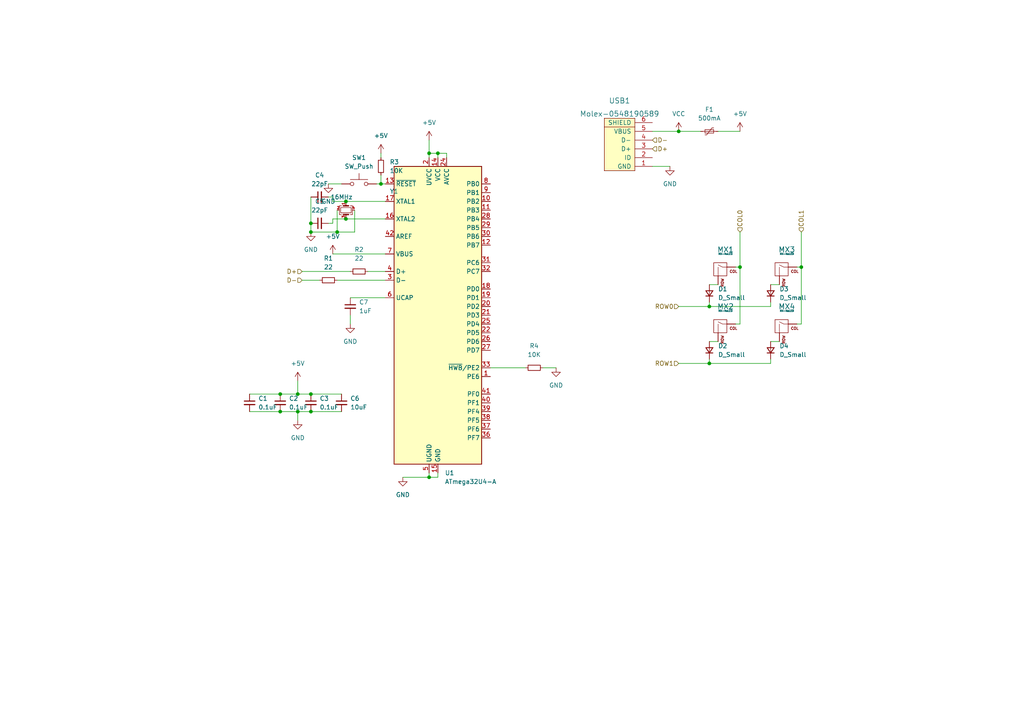
<source format=kicad_sch>
(kicad_sch (version 20211123) (generator eeschema)
  (paper "A4")
  (lib_symbols
    (symbol "Device:C_Small" (pin_numbers hide) (pin_names (offset 0.254) hide)
      (property "Reference" "C" (at 0.254 1.778 0))
      (property "Value" "C_Small" (at 0.254 -2.032 0))
      (symbol "C_Small_0_1"
        (polyline (pts (xy -1.524 -0.508) (xy 1.524 -0.508)) (stroke (width 0.3302)))
        (polyline (pts (xy -1.524 0.508) (xy 1.524 0.508)) (stroke (width 0.3048)))
      )
      (symbol "C_Small_1_1"
        (pin passive line (at 0 2.54 270) (length 2.032) (name "~") (number "1"))
        (pin passive line (at 0 -2.54 90) (length 2.032) (name "~") (number "2"))
      )
    )
    (symbol "Device:Crystal_GND24_Small" (pin_names (offset 1.016) hide)
      (property "Reference" "Y" (at 1.27 4.445 0))
      (property "Value" "Crystal_GND24_Small" (at 1.27 2.54 0))
      (symbol "Crystal_GND24_Small_0_1"
        (rectangle (start -0.762 -1.524) (end 0.762 1.524))
        (polyline (pts (xy -1.27 -0.762) (xy -1.27 0.762)) (stroke (width 0.381)))
        (polyline (pts (xy 1.27 -0.762) (xy 1.27 0.762)) (stroke (width 0.381)))
        (polyline (pts (xy -1.27 -1.27) (xy -1.27 -1.905) (xy 1.27 -1.905) (xy 1.27 -1.27)))
        (polyline (pts (xy -1.27 1.27) (xy -1.27 1.905) (xy 1.27 1.905) (xy 1.27 1.27)))
      )
      (symbol "Crystal_GND24_Small_1_1"
        (pin passive line (at -2.54 0 0) (length 1.27) (name "1") (number "1"))
        (pin passive line (at 0 -2.54 90) (length 0.635) (name "2") (number "2"))
        (pin passive line (at 2.54 0 180) (length 1.27) (name "3") (number "3"))
        (pin passive line (at 0 2.54 270) (length 0.635) (name "4") (number "4"))
      )
    )
    (symbol "Device:D_Small" (pin_numbers hide) (pin_names (offset 0.254) hide)
      (property "Reference" "D" (at -1.27 2.032 0))
      (property "Value" "D_Small" (at -3.81 -2.032 0))
      (symbol "D_Small_0_1"
        (polyline (pts (xy -0.762 -1.016) (xy -0.762 1.016)) (stroke (width 0.254)))
        (polyline (pts (xy -0.762 0) (xy 0.762 0)))
        (polyline (pts (xy 0.762 -1.016) (xy -0.762 0) (xy 0.762 1.016) (xy 0.762 -1.016)) (stroke (width 0.254)))
      )
      (symbol "D_Small_1_1"
        (pin passive line (at -2.54 0 0) (length 1.778) (name "K") (number "1"))
        (pin passive line (at 2.54 0 180) (length 1.778) (name "A") (number "2"))
      )
    )
    (symbol "Device:Polyfuse_Small" (pin_numbers hide) (pin_names (offset 0))
      (property "Reference" "F" (at -1.905 0 90))
      (property "Value" "Polyfuse_Small" (at 1.905 0 90))
      (symbol "Polyfuse_Small_0_1"
        (rectangle (start -0.508 1.27) (end 0.508 -1.27))
        (polyline (pts (xy 0 2.54) (xy 0 -2.54)))
        (polyline (pts (xy -1.016 1.27) (xy -1.016 0.762) (xy 1.016 -0.762) (xy 1.016 -1.27)))
      )
      (symbol "Polyfuse_Small_1_1"
        (pin passive line (at 0 2.54 270) (length 0.635) (name "~") (number "1"))
        (pin passive line (at 0 -2.54 90) (length 0.635) (name "~") (number "2"))
      )
    )
    (symbol "Device:R_Small" (pin_numbers hide) (pin_names (offset 0.254) hide)
      (property "Reference" "R" (at 0.762 0.508 0))
      (property "Value" "R_Small" (at 0.762 -1.016 0))
      (symbol "R_Small_0_1"
        (rectangle (start -0.762 1.778) (end 0.762 -1.778) (stroke (width 0.2032)))
      )
      (symbol "R_Small_1_1"
        (pin passive line (at 0 2.54 270) (length 0.762) (name "~") (number "1"))
        (pin passive line (at 0 -2.54 90) (length 0.762) (name "~") (number "2"))
      )
    )
    (symbol "MCU_Microchip_ATmega:ATmega32U4-A"
      (property "Reference" "U" (at -12.7 44.45 0))
      (property "Value" "ATmega32U4-A" (at 2.54 -44.45 0))
      (symbol "ATmega32U4-A_0_1"
        (rectangle (start -12.7 -43.18) (end 12.7 43.18) (stroke (width 0.254)) (fill (type background)))
      )
      (symbol "ATmega32U4-A_1_1"
        (pin bidirectional line (at 15.24 -17.78 180) (length 2.54) (name "PE6") (number "1"))
        (pin bidirectional line (at 15.24 33.02 180) (length 2.54) (name "PB2") (number "10"))
        (pin bidirectional line (at 15.24 30.48 180) (length 2.54) (name "PB3") (number "11"))
        (pin bidirectional line (at 15.24 20.32 180) (length 2.54) (name "PB7") (number "12"))
        (pin input line (at -15.24 38.1 0) (length 2.54) (name "~{RESET}") (number "13"))
        (pin power_in line (at 0 45.72 270) (length 2.54) (name "VCC") (number "14"))
        (pin power_in line (at 0 -45.72 90) (length 2.54) (name "GND") (number "15"))
        (pin output line (at -15.24 27.94 0) (length 2.54) (name "XTAL2") (number "16"))
        (pin input line (at -15.24 33.02 0) (length 2.54) (name "XTAL1") (number "17"))
        (pin bidirectional line (at 15.24 7.62 180) (length 2.54) (name "PD0") (number "18"))
        (pin bidirectional line (at 15.24 5.08 180) (length 2.54) (name "PD1") (number "19"))
        (pin power_in line (at -2.54 45.72 270) (length 2.54) (name "UVCC") (number "2"))
        (pin bidirectional line (at 15.24 2.54 180) (length 2.54) (name "PD2") (number "20"))
        (pin bidirectional line (at 15.24 0 180) (length 2.54) (name "PD3") (number "21"))
        (pin bidirectional line (at 15.24 -5.08 180) (length 2.54) (name "PD5") (number "22"))
        (pin passive line (at 0 -45.72 90) (length 2.54) hide (name "GND") (number "23"))
        (pin power_in line (at 2.54 45.72 270) (length 2.54) (name "AVCC") (number "24"))
        (pin bidirectional line (at 15.24 -2.54 180) (length 2.54) (name "PD4") (number "25"))
        (pin bidirectional line (at 15.24 -7.62 180) (length 2.54) (name "PD6") (number "26"))
        (pin bidirectional line (at 15.24 -10.16 180) (length 2.54) (name "PD7") (number "27"))
        (pin bidirectional line (at 15.24 27.94 180) (length 2.54) (name "PB4") (number "28"))
        (pin bidirectional line (at 15.24 25.4 180) (length 2.54) (name "PB5") (number "29"))
        (pin bidirectional line (at -15.24 10.16 0) (length 2.54) (name "D-") (number "3"))
        (pin bidirectional line (at 15.24 22.86 180) (length 2.54) (name "PB6") (number "30"))
        (pin bidirectional line (at 15.24 15.24 180) (length 2.54) (name "PC6") (number "31"))
        (pin bidirectional line (at 15.24 12.7 180) (length 2.54) (name "PC7") (number "32"))
        (pin bidirectional line (at 15.24 -15.24 180) (length 2.54) (name "~{HWB}/PE2") (number "33"))
        (pin passive line (at 0 45.72 270) (length 2.54) hide (name "VCC") (number "34"))
        (pin passive line (at 0 -45.72 90) (length 2.54) hide (name "GND") (number "35"))
        (pin bidirectional line (at 15.24 -35.56 180) (length 2.54) (name "PF7") (number "36"))
        (pin bidirectional line (at 15.24 -33.02 180) (length 2.54) (name "PF6") (number "37"))
        (pin bidirectional line (at 15.24 -30.48 180) (length 2.54) (name "PF5") (number "38"))
        (pin bidirectional line (at 15.24 -27.94 180) (length 2.54) (name "PF4") (number "39"))
        (pin bidirectional line (at -15.24 12.7 0) (length 2.54) (name "D+") (number "4"))
        (pin bidirectional line (at 15.24 -25.4 180) (length 2.54) (name "PF1") (number "40"))
        (pin bidirectional line (at 15.24 -22.86 180) (length 2.54) (name "PF0") (number "41"))
        (pin passive line (at -15.24 22.86 0) (length 2.54) (name "AREF") (number "42"))
        (pin passive line (at 0 -45.72 90) (length 2.54) hide (name "GND") (number "43"))
        (pin passive line (at 2.54 45.72 270) (length 2.54) hide (name "AVCC") (number "44"))
        (pin passive line (at -2.54 -45.72 90) (length 2.54) (name "UGND") (number "5"))
        (pin passive line (at -15.24 5.08 0) (length 2.54) (name "UCAP") (number "6"))
        (pin input line (at -15.24 17.78 0) (length 2.54) (name "VBUS") (number "7"))
        (pin bidirectional line (at 15.24 38.1 180) (length 2.54) (name "PB0") (number "8"))
        (pin bidirectional line (at 15.24 35.56 180) (length 2.54) (name "PB1") (number "9"))
      )
    )
    (symbol "MX_Alps_Hybrid:MX-NoLED" (pin_names (offset 1.016))
      (property "Reference" "MX" (at -0.635 3.81 0))
      (property "Value" "MX-NoLED" (at -0.635 1.27 0))
      (symbol "MX-NoLED_0_0"
        (rectangle (start -2.54 2.54) (end 1.27 -1.27))
        (polyline (pts (xy -1.27 -1.27) (xy -1.27 1.27)) (stroke (width 0.127)))
        (polyline (pts (xy 1.27 1.27) (xy 0 1.27) (xy -1.27 1.905)) (stroke (width 0.127)))
        (text "COL" (at 3.175 0 0) (effects (font (size 0.762 0.762))))
        (text "ROW" (at 0 -1.905 900) (effects (font (size 0.762 0.762)) (justify right)))
      )
      (symbol "MX-NoLED_1_1"
        (pin passive line (at 3.81 1.27 180) (length 2.54) (name "COL") (number "1"))
        (pin passive line (at -1.27 -3.81 90) (length 2.54) (name "ROW") (number "2"))
      )
    )
    (symbol "Switch:SW_Push" (pin_numbers hide) (pin_names (offset 1.016) hide)
      (property "Reference" "SW" (at 1.27 2.54 0))
      (property "Value" "SW_Push" (at 0 -1.524 0))
      (symbol "SW_Push_0_1"
        (circle (center -2.032 0) (radius 0.508))
        (polyline (pts (xy 0 1.27) (xy 0 3.048)))
        (polyline (pts (xy 2.54 1.27) (xy -2.54 1.27)))
        (circle (center 2.032 0) (radius 0.508))
        (pin passive line (at -5.08 0 0) (length 2.54) (name "1") (number "1"))
        (pin passive line (at 5.08 0 180) (length 2.54) (name "2") (number "2"))
      )
    )
    (symbol "power:+5V" (power) (pin_names (offset 0))
      (property "Value" "+5V" (at 0 3.556 0))
      (symbol "+5V_0_1"
        (polyline (pts (xy -0.762 1.27) (xy 0 2.54)))
        (polyline (pts (xy 0 0) (xy 0 2.54)))
        (polyline (pts (xy 0 2.54) (xy 0.762 1.27)))
      )
      (symbol "+5V_1_1"
        (pin power_in line (at 0 0 90) (length 0) hide (name "+5V") (number "1"))
      )
    )
    (symbol "power:GND" (power) (pin_names (offset 0))
      (property "Value" "GND" (at 0 -3.81 0))
      (symbol "GND_0_1"
        (polyline (pts (xy 0 0) (xy 0 -1.27) (xy 1.27 -1.27) (xy 0 -2.54) (xy -1.27 -1.27) (xy 0 -1.27)))
      )
      (symbol "GND_1_1"
        (pin power_in line (at 0 0 270) (length 0) hide (name "GND") (number "1"))
      )
    )
    (symbol "power:VCC" (power) (pin_names (offset 0))
      (property "Value" "VCC" (at 0 3.81 0))
      (symbol "VCC_0_1"
        (polyline (pts (xy -0.762 1.27) (xy 0 2.54)))
        (polyline (pts (xy 0 0) (xy 0 2.54)))
        (polyline (pts (xy 0 2.54) (xy 0.762 1.27)))
      )
      (symbol "VCC_1_1"
        (pin power_in line (at 0 0 90) (length 0) hide (name "VCC") (number "1"))
      )
    )
    (symbol "random-keyboard-parts:Molex-0548190589" (pin_names (offset 1.016))
      (property "Reference" "USB" (at 0 7.62 0))
      (property "Value" "Molex-0548190589" (at 0 10.16 0))
      (symbol "Molex-0548190589_0_0"
        (polyline (pts (xy 6.35 -2.54) (xy 6.35 6.35)))
        (rectangle (start 8.89 -2.54) (end -6.35 6.35) (fill (type background)))
      )
      (symbol "Molex-0548190589_1_1"
        (pin input line (at -5.08 -7.62 90) (length 5.08) (name "GND") (number "1"))
        (pin input line (at -2.54 -7.62 90) (length 5.08) (name "ID") (number "2"))
        (pin input line (at 0 -7.62 90) (length 5.08) (name "D+") (number "3"))
        (pin input line (at 2.54 -7.62 90) (length 5.08) (name "D-") (number "4"))
        (pin input line (at 5.08 -7.62 90) (length 5.08) (name "VBUS") (number "5"))
        (pin input line (at 7.62 -7.62 90) (length 5.08) (name "SHIELD") (number "6"))
      )
    )
  )
  (junction (at 127 44.45))
  (junction (at 90.17 67.31))
  (junction (at 205.74 88.9))
  (junction (at 124.46 44.45))
  (junction (at 205.74 105.41))
  (junction (at 196.85 38.1))
  (junction (at 232.41 77.47))
  (junction (at 90.17 119.38))
  (junction (at 90.17 64.77))
  (junction (at 81.28 119.38))
  (junction (at 124.46 138.43))
  (junction (at 214.63 77.47))
  (junction (at 81.28 114.3))
  (junction (at 90.17 114.3))
  (junction (at 110.49 53.34))
  (junction (at 100.33 63.5))
  (junction (at 97.79 67.31))
  (junction (at 86.36 119.38))
  (junction (at 86.36 114.3))
  (junction (at 100.33 58.42))
  (wire (pts (xy 232.41 77.47) (xy 231.14 77.47)))
  (wire (pts (xy 81.28 114.3) (xy 86.36 114.3)))
  (wire (pts (xy 189.23 48.26) (xy 194.31 48.26)))
  (wire (pts (xy 205.74 104.14) (xy 205.74 105.41)))
  (wire (pts (xy 97.79 81.28) (xy 111.76 81.28)))
  (wire (pts (xy 231.14 93.98) (xy 232.41 93.98)))
  (wire (pts (xy 205.74 82.55) (xy 208.28 82.55)))
  (wire (pts (xy 223.52 99.06) (xy 226.06 99.06)))
  (wire (pts (xy 97.79 60.96) (xy 97.79 67.31)))
  (wire (pts (xy 101.6 86.36) (xy 111.76 86.36)))
  (wire (pts (xy 205.74 88.9) (xy 223.52 88.9)))
  (wire (pts (xy 96.52 63.5) (xy 100.33 63.5)))
  (wire (pts (xy 189.23 38.1) (xy 196.85 38.1)))
  (wire (pts (xy 109.22 53.34) (xy 110.49 53.34)))
  (wire (pts (xy 127 137.16) (xy 127 138.43)))
  (wire (pts (xy 101.6 91.44) (xy 101.6 93.98)))
  (wire (pts (xy 232.41 67.31) (xy 232.41 77.47)))
  (wire (pts (xy 223.52 82.55) (xy 226.06 82.55)))
  (wire (pts (xy 223.52 87.63) (xy 223.52 88.9)))
  (wire (pts (xy 127 45.72) (xy 127 44.45)))
  (wire (pts (xy 223.52 104.14) (xy 223.52 105.41)))
  (wire (pts (xy 72.39 114.3) (xy 81.28 114.3)))
  (wire (pts (xy 81.28 119.38) (xy 86.36 119.38)))
  (wire (pts (xy 213.36 93.98) (xy 214.63 93.98)))
  (wire (pts (xy 87.63 78.74) (xy 101.6 78.74)))
  (wire (pts (xy 124.46 138.43) (xy 127 138.43)))
  (wire (pts (xy 86.36 114.3) (xy 90.17 114.3)))
  (wire (pts (xy 223.52 105.41) (xy 205.74 105.41)))
  (wire (pts (xy 90.17 57.15) (xy 90.17 64.77)))
  (wire (pts (xy 87.63 81.28) (xy 92.71 81.28)))
  (wire (pts (xy 96.52 57.15) (xy 96.52 58.42)))
  (wire (pts (xy 214.63 77.47) (xy 213.36 77.47)))
  (wire (pts (xy 116.84 138.43) (xy 124.46 138.43)))
  (wire (pts (xy 110.49 53.34) (xy 111.76 53.34)))
  (wire (pts (xy 86.36 110.49) (xy 86.36 114.3)))
  (wire (pts (xy 124.46 44.45) (xy 124.46 45.72)))
  (wire (pts (xy 196.85 88.9) (xy 205.74 88.9)))
  (wire (pts (xy 232.41 77.47) (xy 232.41 93.98)))
  (wire (pts (xy 110.49 44.45) (xy 110.49 45.72)))
  (wire (pts (xy 100.33 63.5) (xy 111.76 63.5)))
  (wire (pts (xy 96.52 73.66) (xy 111.76 73.66)))
  (wire (pts (xy 95.25 53.34) (xy 99.06 53.34)))
  (wire (pts (xy 142.24 106.68) (xy 152.4 106.68)))
  (wire (pts (xy 102.87 60.96) (xy 102.87 67.31)))
  (wire (pts (xy 106.68 78.74) (xy 111.76 78.74)))
  (wire (pts (xy 127 44.45) (xy 129.54 44.45)))
  (wire (pts (xy 127 44.45) (xy 124.46 44.45)))
  (wire (pts (xy 90.17 119.38) (xy 99.06 119.38)))
  (wire (pts (xy 86.36 119.38) (xy 86.36 121.92)))
  (wire (pts (xy 214.63 77.47) (xy 214.63 93.98)))
  (wire (pts (xy 157.48 106.68) (xy 161.29 106.68)))
  (wire (pts (xy 129.54 45.72) (xy 129.54 44.45)))
  (wire (pts (xy 97.79 67.31) (xy 102.87 67.31)))
  (wire (pts (xy 214.63 67.31) (xy 214.63 77.47)))
  (wire (pts (xy 90.17 114.3) (xy 99.06 114.3)))
  (wire (pts (xy 110.49 50.8) (xy 110.49 53.34)))
  (wire (pts (xy 208.28 38.1) (xy 214.63 38.1)))
  (wire (pts (xy 95.25 57.15) (xy 96.52 57.15)))
  (wire (pts (xy 90.17 67.31) (xy 97.79 67.31)))
  (wire (pts (xy 196.85 38.1) (xy 203.2 38.1)))
  (wire (pts (xy 205.74 87.63) (xy 205.74 88.9)))
  (wire (pts (xy 72.39 119.38) (xy 81.28 119.38)))
  (wire (pts (xy 100.33 58.42) (xy 111.76 58.42)))
  (wire (pts (xy 86.36 119.38) (xy 90.17 119.38)))
  (wire (pts (xy 196.85 105.41) (xy 205.74 105.41)))
  (wire (pts (xy 205.74 99.06) (xy 208.28 99.06)))
  (wire (pts (xy 124.46 137.16) (xy 124.46 138.43)))
  (wire (pts (xy 95.25 64.77) (xy 96.52 64.77)))
  (wire (pts (xy 90.17 64.77) (xy 90.17 67.31)))
  (wire (pts (xy 96.52 64.77) (xy 96.52 63.5)))
  (wire (pts (xy 96.52 58.42) (xy 100.33 58.42)))
  (wire (pts (xy 124.46 40.64) (xy 124.46 44.45)))
  (hierarchical_label "COL0" (shape input) (at 214.63 67.31 90))
  (hierarchical_label "ROW1" (shape input) (at 196.85 105.41 180))
  (hierarchical_label "D+" (shape input) (at 87.63 78.74 180))
  (hierarchical_label "ROW0" (shape input) (at 196.85 88.9 180))
  (hierarchical_label "D+" (shape input) (at 189.23 43.18 0))
  (hierarchical_label "D-" (shape input) (at 87.63 81.28 180))
  (hierarchical_label "D-" (shape input) (at 189.23 40.64 0))
  (hierarchical_label "COL1" (shape input) (at 232.41 67.31 90))
  (symbol (lib_id "MX_Alps_Hybrid:MX-NoLED") (at 209.55 95.25 0) (unit 1)
    (property "Reference" "MX2" (at 210.4356 88.9 0) (effects (font (size 1.524 1.524))))
    (property "Value" "MX-NoLED" (at 210.4356 90.17 0) (effects (font (size 0.508 0.508))))
    (property "Footprint" "MX_Alps_Hybrid:MX-1U" (effects hide))
  )
  (symbol (lib_id "Device:C_Small") (at 72.39 116.84 0) (unit 1)
    (property "Reference" "C1" (at 74.93 115.5762 0) (effects (justify left)))
    (property "Value" "0.1uF" (at 74.93 118.1162 0) (effects (justify left)))
    (property "Footprint" "Capacitor_SMD:C_0805_2012Metric" (effects hide))
  )
  (symbol (lib_id "power:GND") (at 101.6 93.98 0) (unit 1)
    (property "Reference" "#PWR0109" (effects hide))
    (property "Value" "GND" (at 101.6 99.06 0))
  )
  (symbol (lib_id "Device:D_Small") (at 205.74 85.09 90) (unit 1)
    (property "Reference" "D1" (at 208.28 83.8199 90) (effects (justify right)))
    (property "Value" "D_Small" (at 208.28 86.3599 90) (effects (justify right)))
    (property "Footprint" "Diode_SMD:D_SOD-123" (effects hide))
  )
  (symbol (lib_id "Device:D_Small") (at 223.52 101.6 90) (unit 1)
    (property "Reference" "D4" (at 226.06 100.3299 90) (effects (justify right)))
    (property "Value" "D_Small" (at 226.06 102.8699 90) (effects (justify right)))
    (property "Footprint" "Diode_SMD:D_SOD-123" (effects hide))
  )
  (symbol (lib_id "power:GND") (at 86.36 121.92 0) (unit 1)
    (property "Reference" "#PWR0108" (effects hide))
    (property "Value" "GND" (at 86.36 127 0))
  )
  (symbol (lib_id "Device:C_Small") (at 92.71 64.77 90) (unit 1)
    (property "Reference" "C5" (at 92.7163 58.42 90))
    (property "Value" "22pF" (at 92.7163 60.96 90))
    (property "Footprint" "Capacitor_SMD:C_0805_2012Metric" (effects hide))
  )
  (symbol (lib_id "Device:R_Small") (at 104.14 78.74 90) (unit 1)
    (property "Reference" "R2" (at 104.14 72.39 90))
    (property "Value" "22" (at 104.14 74.93 90))
    (property "Footprint" "Resistor_SMD:R_0805_2012Metric" (effects hide))
  )
  (symbol (lib_id "Device:C_Small") (at 99.06 116.84 0) (unit 1)
    (property "Reference" "C6" (at 101.6 115.5762 0) (effects (justify left)))
    (property "Value" "10uF" (at 101.6 118.1162 0) (effects (justify left)))
    (property "Footprint" "Capacitor_SMD:C_0805_2012Metric" (effects hide))
  )
  (symbol (lib_id "MX_Alps_Hybrid:MX-NoLED") (at 209.55 78.74 0) (unit 1)
    (property "Reference" "MX1" (at 210.4356 72.39 0) (effects (font (size 1.524 1.524))))
    (property "Value" "MX-NoLED" (at 210.4356 73.66 0) (effects (font (size 0.508 0.508))))
    (property "Footprint" "MX_Alps_Hybrid:MX-1U" (effects hide))
  )
  (symbol (lib_id "power:+5V") (at 124.46 40.64 0) (unit 1)
    (property "Reference" "#PWR0102" (effects hide))
    (property "Value" "+5V" (at 124.46 35.56 0))
  )
  (symbol (lib_id "power:VCC") (at 196.85 38.1 0) (unit 1)
    (property "Reference" "#PWR0104" (effects hide))
    (property "Value" "VCC" (at 196.85 33.02 0))
  )
  (symbol (lib_id "Device:R_Small") (at 154.94 106.68 90) (unit 1)
    (property "Reference" "R4" (at 154.94 100.33 90))
    (property "Value" "10K" (at 154.94 102.87 90))
    (property "Footprint" "Resistor_SMD:R_0805_2012Metric" (effects hide))
  )
  (symbol (lib_id "Device:Polyfuse_Small") (at 205.74 38.1 90) (unit 1)
    (property "Reference" "F1" (at 205.74 31.75 90))
    (property "Value" "500mA" (at 205.74 34.29 90))
    (property "Footprint" "Fuse:Fuse_1206_3216Metric" (effects hide))
  )
  (symbol (lib_id "MCU_Microchip_ATmega:ATmega32U4-A") (at 127 91.44 0) (unit 1)
    (property "Reference" "U1" (at 129.0194 137.16 0) (effects (justify left)))
    (property "Value" "ATmega32U4-A" (at 129.0194 139.7 0) (effects (justify left)))
    (property "Footprint" "Package_QFP:TQFP-44_10x10mm_P0.8mm" (effects hide))
    (property "Datasheet" "http://ww1.microchip.com/downloads/en/DeviceDoc/Atmel-7766-8-bit-AVR-ATmega16U4-32U4_Datasheet.pdf" (effects hide))
  )
  (symbol (lib_id "power:+5V") (at 86.36 110.49 0) (unit 1)
    (property "Reference" "#PWR0107" (effects hide))
    (property "Value" "+5V" (at 86.36 105.41 0))
  )
  (symbol (lib_id "power:+5V") (at 214.63 38.1 0) (unit 1)
    (property "Reference" "#PWR0105" (effects hide))
    (property "Value" "+5V" (at 214.63 33.02 0))
  )
  (symbol (lib_id "power:+5V") (at 110.49 44.45 0) (unit 1)
    (property "Reference" "#PWR0112" (effects hide))
    (property "Value" "+5V" (at 110.49 39.37 0))
  )
  (symbol (lib_id "power:GND") (at 116.84 138.43 0) (unit 1)
    (property "Reference" "#PWR0106" (effects hide))
    (property "Value" "GND" (at 116.84 143.51 0))
  )
  (symbol (lib_id "Device:Crystal_GND24_Small") (at 100.33 60.96 270) (unit 1)
    (property "Reference" "Y1" (at 114.3 55.4988 90))
    (property "Value" "16MHz" (at 99.06 57.15 90))
    (property "Footprint" "Package_QFP:TQFP-44_10x10mm_P0.8mm" (effects hide))
  )
  (symbol (lib_id "Device:C_Small") (at 90.17 116.84 0) (unit 1)
    (property "Reference" "C3" (at 92.71 115.5762 0) (effects (justify left)))
    (property "Value" "0.1uF" (at 92.71 118.1162 0) (effects (justify left)))
    (property "Footprint" "Capacitor_SMD:C_0805_2012Metric" (effects hide))
  )
  (symbol (lib_id "Device:R_Small") (at 110.49 48.26 0) (unit 1)
    (property "Reference" "R3" (at 113.03 46.9899 0) (effects (justify left)))
    (property "Value" "10K" (at 113.03 49.5299 0) (effects (justify left)))
    (property "Footprint" "Resistor_SMD:R_0805_2012Metric" (effects hide))
  )
  (symbol (lib_id "MX_Alps_Hybrid:MX-NoLED") (at 227.33 78.74 0) (unit 1)
    (property "Reference" "MX3" (at 228.2156 72.39 0) (effects (font (size 1.524 1.524))))
    (property "Value" "MX-NoLED" (at 228.2156 73.66 0) (effects (font (size 0.508 0.508))))
    (property "Footprint" "MX_Alps_Hybrid:MX-1U" (effects hide))
  )
  (symbol (lib_id "power:GND") (at 95.25 53.34 0) (unit 1)
    (property "Reference" "#PWR0111" (effects hide))
    (property "Value" "GND" (at 95.25 58.42 0))
  )
  (symbol (lib_id "random-keyboard-parts:Molex-0548190589") (at 181.61 43.18 90) (unit 1)
    (property "Reference" "USB1" (at 179.705 29.21 90) (effects (font (size 1.524 1.524))))
    (property "Value" "Molex-0548190589" (at 179.705 33.02 90) (effects (font (size 1.524 1.524))))
    (property "Footprint" "random-keyboard-parts:Molex-0548190589" (effects hide))
  )
  (symbol (lib_id "power:+5V") (at 96.52 73.66 0) (unit 1)
    (property "Reference" "#PWR0113" (effects hide))
    (property "Value" "+5V" (at 96.52 68.58 0))
  )
  (symbol (lib_id "MX_Alps_Hybrid:MX-NoLED") (at 227.33 95.25 0) (unit 1)
    (property "Reference" "MX4" (at 228.2156 88.9 0) (effects (font (size 1.524 1.524))))
    (property "Value" "MX-NoLED" (at 228.2156 90.17 0) (effects (font (size 0.508 0.508))))
    (property "Footprint" "MX_Alps_Hybrid:MX-1U" (effects hide))
  )
  (symbol (lib_id "Device:D_Small") (at 205.74 101.6 90) (unit 1)
    (property "Reference" "D2" (at 208.28 100.3299 90) (effects (justify right)))
    (property "Value" "D_Small" (at 208.28 102.8699 90) (effects (justify right)))
    (property "Footprint" "Diode_SMD:D_SOD-123" (effects hide))
  )
  (symbol (lib_id "Device:C_Small") (at 81.28 116.84 0) (unit 1)
    (property "Reference" "C2" (at 83.82 115.5762 0) (effects (justify left)))
    (property "Value" "0.1uF" (at 83.82 118.1162 0) (effects (justify left)))
    (property "Footprint" "Capacitor_SMD:C_0805_2012Metric" (effects hide))
  )
  (symbol (lib_id "power:GND") (at 90.17 67.31 0) (unit 1)
    (property "Reference" "#PWR0110" (effects hide))
    (property "Value" "GND" (at 90.17 72.39 0))
  )
  (symbol (lib_id "Device:R_Small") (at 95.25 81.28 90) (unit 1)
    (property "Reference" "R1" (at 95.25 74.93 90))
    (property "Value" "22" (at 95.25 77.47 90))
    (property "Footprint" "Resistor_SMD:R_0805_2012Metric" (effects hide))
  )
  (symbol (lib_id "Device:C_Small") (at 92.71 57.15 90) (unit 1)
    (property "Reference" "C4" (at 92.7163 50.8 90))
    (property "Value" "22pF" (at 92.7163 53.34 90))
    (property "Footprint" "Capacitor_SMD:C_0805_2012Metric" (effects hide))
  )
  (symbol (lib_id "Device:C_Small") (at 101.6 88.9 0) (unit 1)
    (property "Reference" "C7" (at 104.14 87.6362 0) (effects (justify left)))
    (property "Value" "1uF" (at 104.14 90.1762 0) (effects (justify left)))
    (property "Footprint" "Capacitor_SMD:C_0805_2012Metric" (effects hide))
  )
  (symbol (lib_id "power:GND") (at 161.29 106.68 0) (unit 1)
    (property "Reference" "#PWR0101" (effects hide))
    (property "Value" "GND" (at 161.29 111.76 0))
  )
  (symbol (lib_id "Device:D_Small") (at 223.52 85.09 90) (unit 1)
    (property "Reference" "D3" (at 226.06 83.8199 90) (effects (justify right)))
    (property "Value" "D_Small" (at 226.06 86.3599 90) (effects (justify right)))
    (property "Footprint" "Diode_SMD:D_SOD-123" (effects hide))
  )
  (symbol (lib_id "power:GND") (at 194.31 48.26 0) (unit 1)
    (property "Reference" "#PWR0103" (effects hide))
    (property "Value" "GND" (at 194.31 53.34 0))
  )
  (symbol (lib_id "Switch:SW_Push") (at 104.14 53.34 0) (unit 1)
    (property "Reference" "SW1" (at 104.14 45.72 0))
    (property "Value" "SW_Push" (at 104.14 48.26 0))
    (property "Footprint" "random-keyboard-parts:SKQG-1155865" (effects hide))
  )
)
</source>
